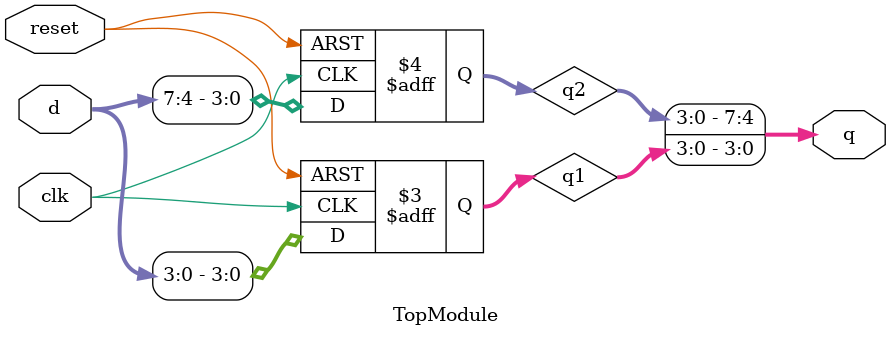
<source format=sv>

module TopModule (
  input wire clk,
  input wire [7:0] d,
  input wire reset,
  output reg [7:0] q
);

  // Internal registers to hold the state of each D flip-flop
  reg [3:0] q1;  // First nibble (4 bits)
  reg [3:0] q2;  // Second nibble (4 bits)

  always @(negedge clk or posedge reset) begin
    if (reset) begin
      // Reset to 0x34
      q1 <= 4'b0011;
      q2 <= 4'b0100;
    end else begin
      // Update on negative edge of clock
      q1 <= d[3:0];   // Capture lower nibble
      q2 <= d[7:4];   // Capture upper nibble
    end
  end

  // Concatenate the internal registers to form the output `q`
  always @(*) begin
    q = {q2, q1};  // Combine the two nibbles into one byte
  end

endmodule

// VERILOG-EVAL: errant inclusion of module definition

</source>
